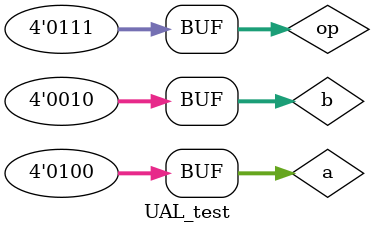
<source format=v>
`timescale 1ns / 1ps


module UAL_test;

	// Inputs
	reg [3:0] a;
	reg [3:0] b;
	reg [3:0]op;

	// Outputs
	wire [7:0] c;

	// Instantiate the Unit Under Test (UUT)
	UAL uut (
		.a(a), 
		.b(b), 
		.op(op), 
		.c(c)
	);

	initial begin
		// Initialize Inputs
		a = 4;
		b = 2;
		op = 0;

		// Wait 100 ns for global reset to finish
		#100;
        
		a = 4;
		b = 2;
		op = 1;
		  
			#100;
        
		a = 4;
		b = 2;
		op = 2;

		#100;
        
		a = 4;
		b = 2;
		op = 3;
		
		#100;
        
		a = 4;
		b = 2;
		op = 4;
		

		#100;
        
		a = 4;
		b = 2;
		op = 5;

		#100;
        
		a = 4;
		b = 2;
		op = 6;
		
		#100;
        
		a = 4;
		b = 2;
		op = 7;
		
		
		// Add stimulus here

	end
      
endmodule


</source>
